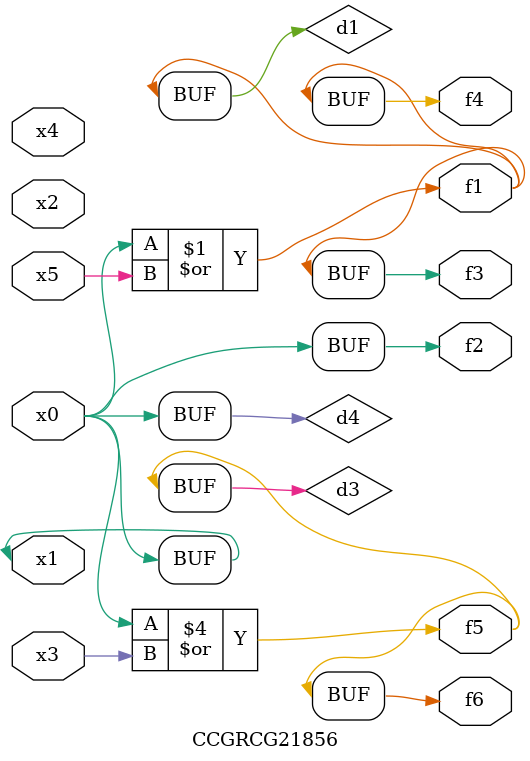
<source format=v>
module CCGRCG21856(
	input x0, x1, x2, x3, x4, x5,
	output f1, f2, f3, f4, f5, f6
);

	wire d1, d2, d3, d4;

	or (d1, x0, x5);
	xnor (d2, x1, x4);
	or (d3, x0, x3);
	buf (d4, x0, x1);
	assign f1 = d1;
	assign f2 = d4;
	assign f3 = d1;
	assign f4 = d1;
	assign f5 = d3;
	assign f6 = d3;
endmodule

</source>
